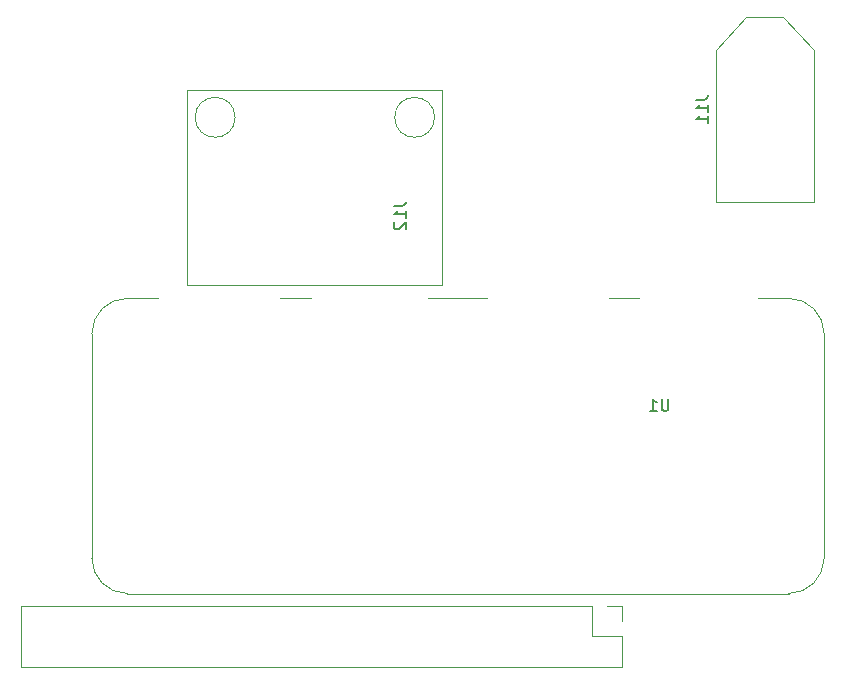
<source format=gbr>
G04 #@! TF.GenerationSoftware,KiCad,Pcbnew,(6.0.1)*
G04 #@! TF.CreationDate,2022-08-03T17:01:47-07:00*
G04 #@! TF.ProjectId,Prime Mover,5072696d-6520-44d6-9f76-65722e6b6963,rev?*
G04 #@! TF.SameCoordinates,Original*
G04 #@! TF.FileFunction,Legend,Bot*
G04 #@! TF.FilePolarity,Positive*
%FSLAX46Y46*%
G04 Gerber Fmt 4.6, Leading zero omitted, Abs format (unit mm)*
G04 Created by KiCad (PCBNEW (6.0.1)) date 2022-08-03 17:01:47*
%MOMM*%
%LPD*%
G01*
G04 APERTURE LIST*
%ADD10C,0.150000*%
%ADD11C,0.120000*%
G04 APERTURE END LIST*
D10*
X41652380Y20809523D02*
X42366666Y20809523D01*
X42509523Y20857142D01*
X42604761Y20952380D01*
X42652380Y21095238D01*
X42652380Y21190476D01*
X42652380Y19809523D02*
X42652380Y20380952D01*
X42652380Y20095238D02*
X41652380Y20095238D01*
X41795238Y20190476D01*
X41890476Y20285714D01*
X41938095Y20380952D01*
X42652380Y18857142D02*
X42652380Y19428571D01*
X42652380Y19142857D02*
X41652380Y19142857D01*
X41795238Y19238095D01*
X41890476Y19333333D01*
X41938095Y19428571D01*
X39321904Y-4532380D02*
X39321904Y-5341904D01*
X39274285Y-5437142D01*
X39226666Y-5484761D01*
X39131428Y-5532380D01*
X38940952Y-5532380D01*
X38845714Y-5484761D01*
X38798095Y-5437142D01*
X38750476Y-5341904D01*
X38750476Y-4532380D01*
X37750476Y-5532380D02*
X38321904Y-5532380D01*
X38036190Y-5532380D02*
X38036190Y-4532380D01*
X38131428Y-4675238D01*
X38226666Y-4770476D01*
X38321904Y-4818095D01*
X16077380Y11809523D02*
X16791666Y11809523D01*
X16934523Y11857142D01*
X17029761Y11952380D01*
X17077380Y12095238D01*
X17077380Y12190476D01*
X17077380Y10809523D02*
X17077380Y11380952D01*
X17077380Y11095238D02*
X16077380Y11095238D01*
X16220238Y11190476D01*
X16315476Y11285714D01*
X16363095Y11380952D01*
X16172619Y10428571D02*
X16125000Y10380952D01*
X16077380Y10285714D01*
X16077380Y10047619D01*
X16125000Y9952380D01*
X16172619Y9904761D01*
X16267857Y9857142D01*
X16363095Y9857142D01*
X16505952Y9904761D01*
X17077380Y10476190D01*
X17077380Y9857142D01*
D11*
X51650000Y25000000D02*
X51650000Y12150000D01*
X43350000Y12150000D02*
X43350000Y25000000D01*
X49050000Y27850000D02*
X51650000Y25000000D01*
X45900000Y27850000D02*
X49050000Y27850000D01*
X51650000Y12150000D02*
X43350000Y12150000D01*
X43350000Y25000000D02*
X45900000Y27850000D01*
X46900000Y4000000D02*
X49500000Y4000000D01*
X18950000Y4000000D02*
X24000000Y4000000D01*
X-3900000Y4000000D02*
X-6500000Y4000000D01*
X6450000Y4000000D02*
X9050000Y4000000D01*
X-9500000Y-18000000D02*
X-9500000Y1000000D01*
X49500000Y-21000000D02*
X-6500000Y-21000000D01*
X34250000Y4000000D02*
X36850000Y4000000D01*
X52500000Y1000000D02*
X52500000Y-18000000D01*
X52500000Y1000000D02*
G75*
G03*
X49500000Y4000000I-3000001J-1D01*
G01*
X-9500000Y-18000000D02*
G75*
G03*
X-6500000Y-21000000I3000001J1D01*
G01*
X-6500000Y4000000D02*
G75*
G03*
X-9500000Y1000000I1J-3000001D01*
G01*
X49500000Y-21000000D02*
G75*
G03*
X52500000Y-18000000I-1J3000001D01*
G01*
X-15510000Y-27220000D02*
X-15510000Y-22020000D01*
X32810000Y-24620000D02*
X32810000Y-22020000D01*
X35410000Y-24620000D02*
X32810000Y-24620000D01*
X32810000Y-22020000D02*
X-15510000Y-22020000D01*
X35410000Y-22020000D02*
X34080000Y-22020000D01*
X35410000Y-27220000D02*
X35410000Y-24620000D01*
X35410000Y-27220000D02*
X-15510000Y-27220000D01*
X35410000Y-23350000D02*
X35410000Y-22020000D01*
X20180000Y5095000D02*
X-1410000Y5095000D01*
X20180000Y21605000D02*
X-1410000Y21605000D01*
X-1410000Y5095000D02*
X-1410000Y21605000D01*
X20180000Y5095000D02*
X20180000Y21605000D01*
X2628600Y19319000D02*
G75*
G03*
X2628600Y19319000I-1689100J0D01*
G01*
X19519600Y19319000D02*
G75*
G03*
X19519600Y19319000I-1689100J0D01*
G01*
M02*

</source>
